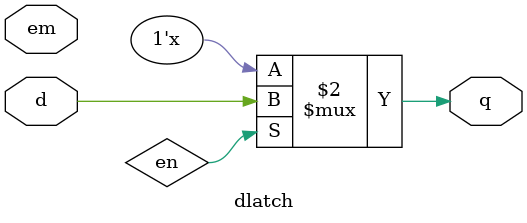
<source format=v>
module dlatch(
    input wire d,
    input wire em,
    output wire q
);
    always @(en or d) begin
        if(en) begin 
            q<=d;
        end
    end
endmodule
</source>
